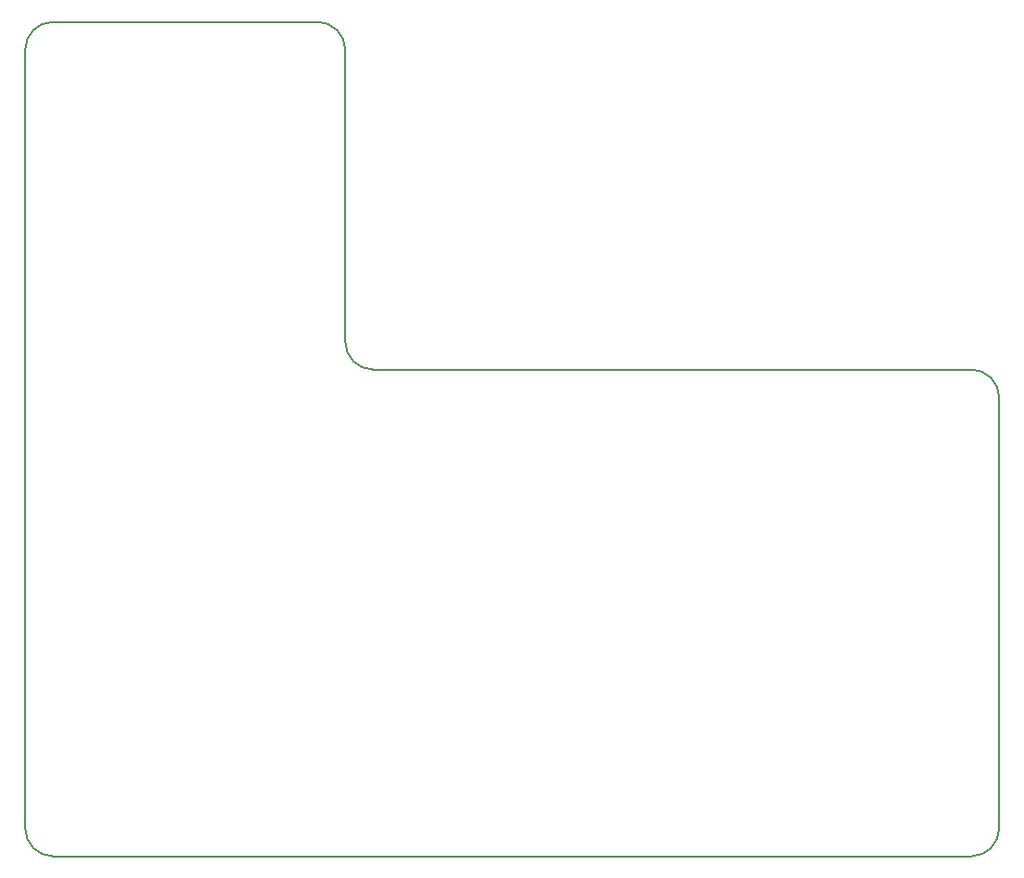
<source format=gko>
G04 #@! TF.FileFunction,Profile,NP*
%FSLAX46Y46*%
G04 Gerber Fmt 4.6, Leading zero omitted, Abs format (unit mm)*
G04 Created by KiCad (PCBNEW 4.0.2+dfsg1-stable) date Tue 17 Jul 2018 08:15:14 PM MDT*
%MOMM*%
G01*
G04 APERTURE LIST*
%ADD10C,0.100000*%
%ADD11C,0.150000*%
G04 APERTURE END LIST*
D10*
D11*
X133350000Y-82550000D02*
X187960000Y-82550000D01*
X128270000Y-50800000D02*
X104140000Y-50800000D01*
X190500000Y-85090000D02*
X190500000Y-124460000D01*
X190500000Y-85090000D02*
G75*
G03X187960000Y-82550000I-2540000J0D01*
G01*
X130810000Y-80010000D02*
G75*
G03X133350000Y-82550000I2540000J0D01*
G01*
X130810000Y-53340000D02*
X130810000Y-80010000D01*
X130810000Y-53340000D02*
G75*
G03X128270000Y-50800000I-2540000J0D01*
G01*
X187960000Y-127000000D02*
G75*
G03X190500000Y-124460000I0J2540000D01*
G01*
X104140000Y-127000000D02*
X187960000Y-127000000D01*
X104140000Y-50800000D02*
G75*
G03X101600000Y-53340000I0J-2540000D01*
G01*
X101600000Y-124460000D02*
X101600000Y-53340000D01*
X101600000Y-124460000D02*
G75*
G03X104140000Y-127000000I2540000J0D01*
G01*
M02*

</source>
